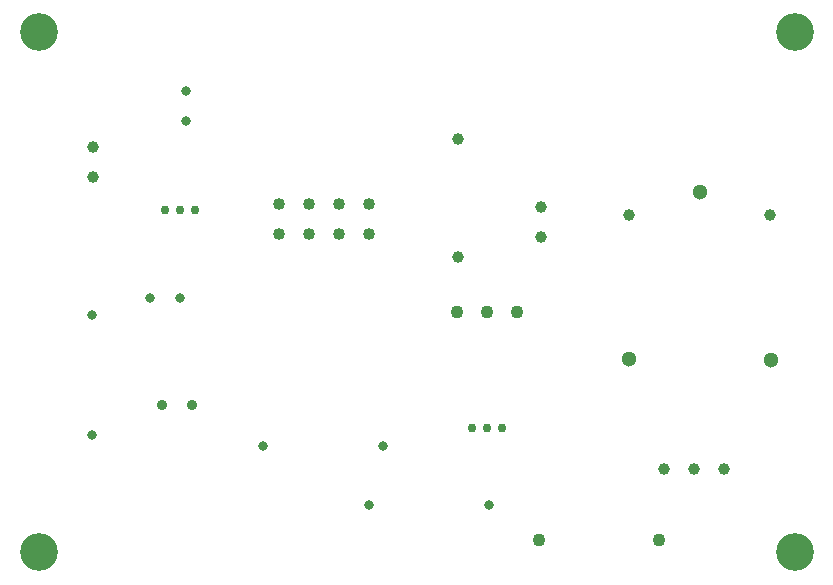
<source format=gbr>
%TF.GenerationSoftware,KiCad,Pcbnew,6.0.11-2627ca5db0~126~ubuntu20.04.1*%
%TF.CreationDate,2023-08-16T23:13:55-05:00*%
%TF.ProjectId,runLimiter,72756e4c-696d-4697-9465-722e6b696361,01*%
%TF.SameCoordinates,Original*%
%TF.FileFunction,Plated,1,2,PTH,Drill*%
%TF.FilePolarity,Positive*%
%FSLAX46Y46*%
G04 Gerber Fmt 4.6, Leading zero omitted, Abs format (unit mm)*
G04 Created by KiCad (PCBNEW 6.0.11-2627ca5db0~126~ubuntu20.04.1) date 2023-08-16 23:13:55*
%MOMM*%
%LPD*%
G01*
G04 APERTURE LIST*
%TA.AperFunction,ComponentDrill*%
%ADD10C,0.750000*%
%TD*%
%TA.AperFunction,ComponentDrill*%
%ADD11C,0.800000*%
%TD*%
%TA.AperFunction,ComponentDrill*%
%ADD12C,0.900000*%
%TD*%
%TA.AperFunction,ComponentDrill*%
%ADD13C,1.000000*%
%TD*%
%TA.AperFunction,ComponentDrill*%
%ADD14C,1.016000*%
%TD*%
%TA.AperFunction,ComponentDrill*%
%ADD15C,1.100000*%
%TD*%
%TA.AperFunction,ComponentDrill*%
%ADD16C,1.300000*%
%TD*%
%TA.AperFunction,ComponentDrill*%
%ADD17C,3.200000*%
%TD*%
G04 APERTURE END LIST*
D10*
%TO.C,U1*%
X13730000Y-18000000D03*
X15000000Y-18000000D03*
X16270000Y-18000000D03*
%TO.C,Q1*%
X39690000Y-36501115D03*
X40960000Y-36501115D03*
X42230000Y-36501115D03*
D11*
%TO.C,R1*%
X7500000Y-26920000D03*
X7500000Y-37080000D03*
%TO.C,C2*%
X12460000Y-25500000D03*
X14960000Y-25500000D03*
%TO.C,C1*%
X15500000Y-7960000D03*
X15500000Y-10460000D03*
%TO.C,R3*%
X22000000Y-38000000D03*
%TO.C,R2*%
X30920000Y-43000000D03*
%TO.C,R3*%
X32160000Y-38000000D03*
%TO.C,R2*%
X41080000Y-43000000D03*
D12*
%TO.C,D1*%
X13460000Y-34500000D03*
X16000000Y-34500000D03*
D13*
%TO.C,J1*%
X7590000Y-12700000D03*
X7590000Y-15240000D03*
%TO.C,C3*%
X38500000Y-12000000D03*
X38500000Y-22000000D03*
%TO.C,J2*%
X45500000Y-17800000D03*
X45500000Y-20340000D03*
%TO.C,K1*%
X52950000Y-18450000D03*
%TO.C,J3*%
X55975000Y-40000000D03*
X58515000Y-40000000D03*
X61055000Y-40000000D03*
%TO.C,K1*%
X64950000Y-18450000D03*
D14*
%TO.C,U2*%
X23380000Y-17500000D03*
X23380000Y-20040000D03*
X25920000Y-17500000D03*
X25920000Y-20040000D03*
X28460000Y-17500000D03*
X28460000Y-20040000D03*
X31000000Y-17500000D03*
X31000000Y-20040000D03*
D15*
%TO.C,Q2*%
X38420000Y-26690000D03*
X40960000Y-26690000D03*
X43500000Y-26690000D03*
%TO.C,D2*%
X45340000Y-46000000D03*
X55500000Y-46000000D03*
D16*
%TO.C,K1*%
X52950000Y-30650000D03*
X59000000Y-16500000D03*
X65000000Y-30700000D03*
D17*
%TO.C,REF\u002A\u002A*%
X3000000Y-3000000D03*
X3000000Y-47000000D03*
X67000000Y-3000000D03*
X67000000Y-47000000D03*
M02*

</source>
